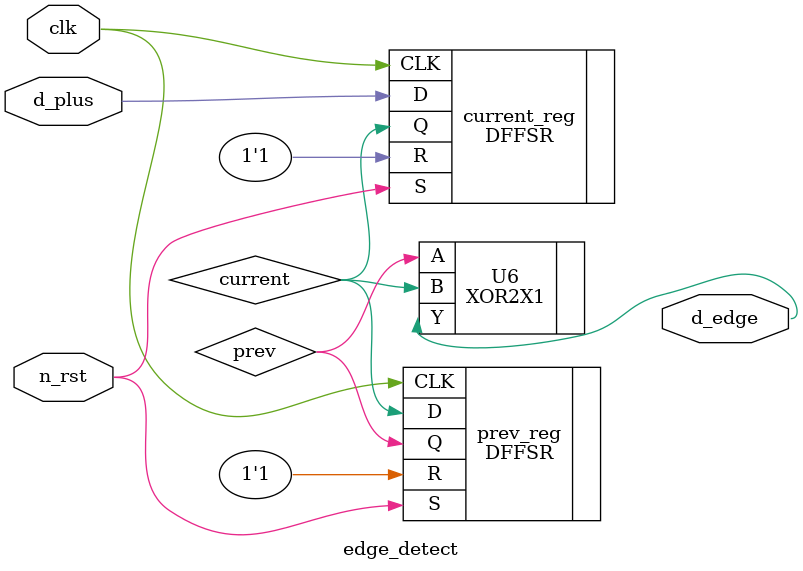
<source format=v>


module edge_detect ( clk, n_rst, d_plus, d_edge );
  input clk, n_rst, d_plus;
  output d_edge;
  wire   current, prev;

  DFFSR current_reg ( .D(d_plus), .CLK(clk), .R(1'b1), .S(n_rst), .Q(current)
         );
  DFFSR prev_reg ( .D(current), .CLK(clk), .R(1'b1), .S(n_rst), .Q(prev) );
  XOR2X1 U6 ( .A(prev), .B(current), .Y(d_edge) );
endmodule


</source>
